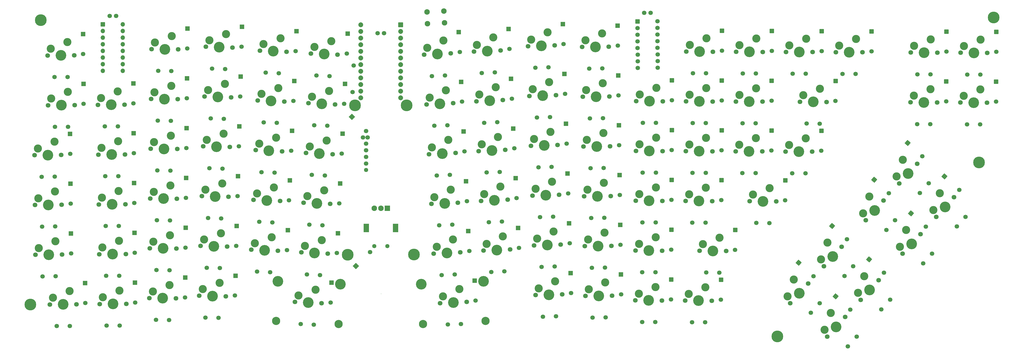
<source format=gbr>
%TF.GenerationSoftware,KiCad,Pcbnew,8.0.1-8.0.1-1~ubuntu22.04.1*%
%TF.CreationDate,2024-03-26T23:20:42-04:00*%
%TF.ProjectId,travis_erg2024-new4,74726176-6973-45f6-9572-67323032342d,2024.03.25*%
%TF.SameCoordinates,Original*%
%TF.FileFunction,Soldermask,Top*%
%TF.FilePolarity,Negative*%
%FSLAX46Y46*%
G04 Gerber Fmt 4.6, Leading zero omitted, Abs format (unit mm)*
G04 Created by KiCad (PCBNEW 8.0.1-8.0.1-1~ubuntu22.04.1) date 2024-03-26 23:20:42*
%MOMM*%
%LPD*%
G01*
G04 APERTURE LIST*
G04 Aperture macros list*
%AMRoundRect*
0 Rectangle with rounded corners*
0 $1 Rounding radius*
0 $2 $3 $4 $5 $6 $7 $8 $9 X,Y pos of 4 corners*
0 Add a 4 corners polygon primitive as box body*
4,1,4,$2,$3,$4,$5,$6,$7,$8,$9,$2,$3,0*
0 Add four circle primitives for the rounded corners*
1,1,$1+$1,$2,$3*
1,1,$1+$1,$4,$5*
1,1,$1+$1,$6,$7*
1,1,$1+$1,$8,$9*
0 Add four rect primitives between the rounded corners*
20,1,$1+$1,$2,$3,$4,$5,0*
20,1,$1+$1,$4,$5,$6,$7,0*
20,1,$1+$1,$6,$7,$8,$9,0*
20,1,$1+$1,$8,$9,$2,$3,0*%
%AMHorizOval*
0 Thick line with rounded ends*
0 $1 width*
0 $2 $3 position (X,Y) of the first rounded end (center of the circle)*
0 $4 $5 position (X,Y) of the second rounded end (center of the circle)*
0 Add line between two ends*
20,1,$1,$2,$3,$4,$5,0*
0 Add two circle primitives to create the rounded ends*
1,1,$1,$2,$3*
1,1,$1,$4,$5*%
G04 Aperture macros list end*
%ADD10C,0.000000*%
%ADD11C,4.087800*%
%ADD12C,1.801800*%
%ADD13C,3.100000*%
%ADD14RoundRect,0.050000X-0.806951X0.792988X-0.792988X-0.806951X0.806951X-0.792988X0.792988X0.806951X0*%
%ADD15HorizOval,1.700000X0.000000X0.000000X0.000000X0.000000X0*%
%ADD16C,1.700000*%
%ADD17RoundRect,0.050000X-0.792988X0.806951X-0.806951X-0.792988X0.792988X-0.806951X0.806951X0.792988X0*%
%ADD18HorizOval,1.700000X0.000000X0.000000X0.000000X0.000000X0*%
%ADD19RoundRect,0.050000X-0.778784X0.820667X-0.820667X-0.778784X0.778784X-0.820667X0.820667X0.778784X0*%
%ADD20HorizOval,1.700000X0.000000X0.000000X0.000000X0.000000X0*%
%ADD21RoundRect,0.050000X-0.764343X0.834134X-0.834134X-0.764343X0.764343X-0.834134X0.834134X0.764343X0*%
%ADD22HorizOval,1.700000X0.000000X0.000000X0.000000X0.000000X0*%
%ADD23RoundRect,0.050000X-0.760696X0.837461X-0.837461X-0.760696X0.760696X-0.837461X0.837461X0.760696X0*%
%ADD24HorizOval,1.700000X0.000000X0.000000X0.000000X0.000000X0*%
%ADD25RoundRect,0.050000X-0.837461X0.760696X-0.760696X-0.837461X0.837461X-0.760696X0.760696X0.837461X0*%
%ADD26HorizOval,1.700000X0.000000X0.000000X0.000000X0.000000X0*%
%ADD27RoundRect,0.050000X-0.824058X0.775196X-0.775196X-0.824058X0.824058X-0.775196X0.775196X0.824058X0*%
%ADD28HorizOval,1.700000X0.000000X0.000000X0.000000X0.000000X0*%
%ADD29RoundRect,0.050000X-0.810403X0.789460X-0.789460X-0.810403X0.810403X-0.789460X0.789460X0.810403X0*%
%ADD30HorizOval,1.700000X0.000000X0.000000X0.000000X0.000000X0*%
%ADD31RoundRect,0.050000X-0.796502X0.803483X-0.803483X-0.796502X0.796502X-0.803483X0.803483X0.796502X0*%
%ADD32HorizOval,1.700000X0.000000X0.000000X0.000000X0.000000X0*%
%ADD33RoundRect,0.050000X-1.130068X-0.054281X0.054281X-1.130068X1.130068X0.054281X-0.054281X1.130068X0*%
%ADD34HorizOval,1.700000X0.000000X0.000000X0.000000X0.000000X0*%
%ADD35HorizOval,1.700000X0.000000X0.000000X0.000000X0.000000X0*%
%ADD36RoundRect,0.050000X-0.876300X0.876300X-0.876300X-0.876300X0.876300X-0.876300X0.876300X0.876300X0*%
%ADD37C,1.852600*%
%ADD38RoundRect,0.050000X-0.800000X-0.800000X0.800000X-0.800000X0.800000X0.800000X-0.800000X0.800000X0*%
%ADD39O,1.700000X1.700000*%
%ADD40RoundRect,0.050000X-0.796502X-0.803483X0.803483X-0.796502X0.796502X0.803483X-0.803483X0.796502X0*%
%ADD41HorizOval,1.700000X0.000000X0.000000X0.000000X0.000000X0*%
%ADD42C,2.100000*%
%ADD43C,1.600000*%
%ADD44RoundRect,0.050000X-1.131371X0.000000X0.000000X-1.131371X1.131371X0.000000X0.000000X1.131371X0*%
%ADD45HorizOval,1.700000X0.000000X0.000000X0.000000X0.000000X0*%
%ADD46RoundRect,0.050000X-1.000000X1.000000X-1.000000X-1.000000X1.000000X-1.000000X1.000000X1.000000X0*%
%ADD47RoundRect,0.050000X-1.000000X1.600000X-1.000000X-1.600000X1.000000X-1.600000X1.000000X1.600000X0*%
%ADD48RoundRect,0.050000X0.000000X-1.131371X1.131371X0.000000X0.000000X1.131371X-1.131371X0.000000X0*%
%ADD49HorizOval,1.700000X0.000000X0.000000X0.000000X0.000000X0*%
%ADD50C,3.148000*%
%ADD51C,0.800000*%
%ADD52C,4.500000*%
G04 APERTURE END LIST*
D10*
%TO.C,LOGO2*%
G36*
X163145298Y-195624323D02*
G01*
X163145298Y-195699360D01*
X163070261Y-195699360D01*
X162995225Y-195699360D01*
X162995225Y-195624323D01*
X162995225Y-195549286D01*
X163070261Y-195549286D01*
X163145298Y-195549286D01*
X163145298Y-195624323D01*
G37*
G36*
X163445446Y-195624323D02*
G01*
X163445446Y-195699360D01*
X163370409Y-195699360D01*
X163295372Y-195699360D01*
X163295372Y-195624323D01*
X163295372Y-195549286D01*
X163370409Y-195549286D01*
X163445446Y-195549286D01*
X163445446Y-195624323D01*
G37*
%TD*%
D11*
%TO.C,KSW1*%
X41743784Y-199643323D03*
D12*
X46823591Y-199598992D03*
X36663977Y-199687654D03*
D13*
X44239356Y-194541351D03*
X37911764Y-197136668D03*
%TD*%
D14*
%TO.C,KD1*%
X50198400Y-191544200D03*
D15*
X50264896Y-199163910D03*
%TD*%
D16*
%TO.C,KC1*%
X44316100Y-207921200D03*
X39316290Y-207964833D03*
%TD*%
D11*
%TO.C,KSW2*%
X36149003Y-161590697D03*
D12*
X41228810Y-161546366D03*
X31069196Y-161635028D03*
D13*
X38644575Y-156488725D03*
X32316983Y-159084042D03*
%TD*%
D14*
%TO.C,KD2*%
X44603600Y-153491600D03*
D15*
X44670096Y-161111310D03*
%TD*%
D16*
%TO.C,KC2*%
X38721300Y-169868600D03*
X33721490Y-169912233D03*
%TD*%
D11*
%TO.C,KSW3*%
X41078822Y-123446225D03*
D12*
X46158629Y-123401894D03*
X35999015Y-123490556D03*
D13*
X43574394Y-118344253D03*
X37246802Y-120939570D03*
%TD*%
D14*
%TO.C,KD3*%
X49533500Y-115347100D03*
D15*
X49599996Y-122966810D03*
%TD*%
D16*
%TO.C,KC3*%
X43651200Y-131724100D03*
X38651390Y-131767733D03*
%TD*%
D11*
%TO.C,KSW4*%
X60793059Y-199477083D03*
D12*
X65872866Y-199432752D03*
X55713252Y-199521414D03*
D13*
X63288631Y-194375111D03*
X56961039Y-196970428D03*
%TD*%
D14*
%TO.C,KD4*%
X69247700Y-191378000D03*
D15*
X69314196Y-198997710D03*
%TD*%
D16*
%TO.C,KC4*%
X63365400Y-207755000D03*
X58365590Y-207798633D03*
%TD*%
D11*
%TO.C,KSW5*%
X60460578Y-161378533D03*
D12*
X65540385Y-161334202D03*
X55380771Y-161422864D03*
D13*
X62956150Y-156276561D03*
X56628558Y-158871878D03*
%TD*%
D14*
%TO.C,KD5*%
X68915200Y-153279400D03*
D15*
X68981696Y-160899110D03*
%TD*%
D16*
%TO.C,KC5*%
X63032900Y-169656400D03*
X58033090Y-169700033D03*
%TD*%
D11*
%TO.C,KSW6*%
X60128097Y-123279984D03*
D12*
X65207904Y-123235653D03*
X55048290Y-123324315D03*
D13*
X62623669Y-118178012D03*
X56296077Y-120773329D03*
%TD*%
D14*
%TO.C,KD6*%
X68582700Y-115180900D03*
D15*
X68649196Y-122800610D03*
%TD*%
D16*
%TO.C,KC6*%
X62700400Y-131557900D03*
X57700590Y-131601533D03*
%TD*%
D11*
%TO.C,KSW7*%
X79824880Y-197310918D03*
D12*
X84904687Y-197355249D03*
X74745073Y-197266587D03*
D13*
X82409114Y-192253277D03*
X76037190Y-194737767D03*
%TD*%
D17*
%TO.C,KD7*%
X88419600Y-189360600D03*
D18*
X88353104Y-196980310D03*
%TD*%
D16*
%TO.C,KC7*%
X82252400Y-205632400D03*
X77252590Y-205588767D03*
%TD*%
D11*
%TO.C,KSW8*%
X80157361Y-159212369D03*
D12*
X85237168Y-159256700D03*
X75077554Y-159168038D03*
D13*
X82741595Y-154154728D03*
X76369671Y-156639218D03*
%TD*%
D17*
%TO.C,KD8*%
X88752100Y-151262100D03*
D18*
X88685604Y-158881810D03*
%TD*%
D16*
%TO.C,KC8*%
X82584800Y-167533900D03*
X77584990Y-167490267D03*
%TD*%
D11*
%TO.C,KSW9*%
X80489842Y-121113820D03*
D12*
X85569649Y-121158151D03*
X75410035Y-121069489D03*
D13*
X83074076Y-116056179D03*
X76702152Y-118540669D03*
%TD*%
D17*
%TO.C,KD9*%
X89084500Y-113163500D03*
D18*
X89018004Y-120783210D03*
%TD*%
D16*
%TO.C,KC9*%
X82917300Y-129435300D03*
X77917490Y-129391667D03*
%TD*%
D11*
%TO.C,KSW10*%
X98882881Y-196477197D03*
D12*
X103961140Y-196610176D03*
X93804622Y-196344218D03*
D13*
X101554990Y-191465427D03*
X95140676Y-193838333D03*
%TD*%
D19*
%TO.C,KD10*%
X107615000Y-188678100D03*
D20*
X107415532Y-196295489D03*
%TD*%
D16*
%TO.C,KC10*%
X101164800Y-204839800D03*
X96166513Y-204708915D03*
%TD*%
D11*
%TO.C,KSW11*%
X99880223Y-158390253D03*
D12*
X104958482Y-158523232D03*
X94801964Y-158257274D03*
D13*
X102552332Y-153378483D03*
X96138018Y-155751389D03*
%TD*%
D19*
%TO.C,KD11*%
X108612400Y-150591200D03*
D20*
X108412932Y-158208589D03*
%TD*%
D16*
%TO.C,KC11*%
X102162100Y-166752900D03*
X97163813Y-166622015D03*
%TD*%
D11*
%TO.C,KSW12*%
X100877565Y-120303309D03*
D12*
X105955824Y-120436288D03*
X95799306Y-120170330D03*
D13*
X103549674Y-115291539D03*
X97135360Y-117664445D03*
%TD*%
D19*
%TO.C,KD12*%
X109609700Y-112504200D03*
D20*
X109410232Y-120121589D03*
%TD*%
D16*
%TO.C,KC12*%
X103159400Y-128665900D03*
X98161113Y-128535015D03*
%TD*%
D11*
%TO.C,KSW13*%
X119562075Y-159911788D03*
D12*
X124637240Y-160133374D03*
X114486910Y-159690202D03*
D13*
X122321244Y-154947416D03*
X115866495Y-157208016D03*
%TD*%
D21*
%TO.C,KD13*%
X128429000Y-152266300D03*
D22*
X128096620Y-159879047D03*
%TD*%
D16*
%TO.C,KC13*%
X121697700Y-168312900D03*
X116702459Y-168094803D03*
%TD*%
D11*
%TO.C,KSW14*%
X121223974Y-121848051D03*
D12*
X126299139Y-122069637D03*
X116148809Y-121626465D03*
D13*
X123983143Y-116883679D03*
X117528394Y-119144279D03*
%TD*%
D21*
%TO.C,KD14*%
X130090900Y-114202500D03*
D22*
X129758520Y-121815247D03*
%TD*%
D16*
%TO.C,KC14*%
X123359600Y-130249200D03*
X118364359Y-130031103D03*
%TD*%
D11*
%TO.C,KSW15*%
X135422868Y-198984269D03*
D12*
X140497018Y-199227998D03*
X130348718Y-198740540D03*
D13*
X138203672Y-194031984D03*
X131739120Y-196264397D03*
%TD*%
D23*
%TO.C,KD15*%
X144323100Y-191377500D03*
D24*
X143957507Y-198988725D03*
%TD*%
D16*
%TO.C,KC15*%
X137521800Y-207394700D03*
X132527558Y-207154809D03*
%TD*%
D11*
%TO.C,KSW16*%
X138749107Y-161000113D03*
D12*
X143823257Y-161243842D03*
X133674957Y-160756384D03*
D13*
X141529911Y-156047828D03*
X135065359Y-158280241D03*
%TD*%
D23*
%TO.C,KD16*%
X147649300Y-153393400D03*
D24*
X147283707Y-161004625D03*
%TD*%
D16*
%TO.C,KC16*%
X140848000Y-169410500D03*
X135853758Y-169170609D03*
%TD*%
D11*
%TO.C,KSW17*%
X140577074Y-122943990D03*
D12*
X145651224Y-123187719D03*
X135502924Y-122700261D03*
D13*
X143357878Y-117991705D03*
X136893326Y-120224118D03*
%TD*%
D23*
%TO.C,KD17*%
X149477300Y-115337200D03*
D24*
X149111707Y-122948425D03*
%TD*%
D16*
%TO.C,KC17*%
X142676000Y-131354400D03*
X137681758Y-131114509D03*
%TD*%
D11*
%TO.C,KSW18*%
X190867728Y-198975632D03*
D12*
X195941878Y-198731903D03*
X185793578Y-199219361D03*
D13*
X193161074Y-193779618D03*
X186940251Y-196621354D03*
%TD*%
D25*
%TO.C,KD18*%
X198997900Y-190550900D03*
D26*
X199363493Y-198162125D03*
%TD*%
D16*
%TO.C,KC18*%
X193763100Y-207146100D03*
X188768858Y-207385991D03*
%TD*%
D11*
%TO.C,KSW19*%
X187541488Y-160991475D03*
D12*
X192615638Y-160747746D03*
X182467338Y-161235204D03*
D13*
X189834834Y-155795461D03*
X183614011Y-158637197D03*
%TD*%
D25*
%TO.C,KD19*%
X195671600Y-152566700D03*
D26*
X196037193Y-160177925D03*
%TD*%
D16*
%TO.C,KC19*%
X190436800Y-169162000D03*
X185442558Y-169401891D03*
%TD*%
D11*
%TO.C,KSW20*%
X185713522Y-122935352D03*
D12*
X190787672Y-122691623D03*
X180639372Y-123179081D03*
D13*
X188006868Y-117739338D03*
X181786045Y-120581074D03*
%TD*%
D25*
%TO.C,KD20*%
X193843700Y-114510600D03*
D26*
X194209293Y-122121825D03*
%TD*%
D16*
%TO.C,KC20*%
X188608900Y-131105800D03*
X183614658Y-131345691D03*
%TD*%
D11*
%TO.C,KSW21*%
X206557556Y-159827780D03*
D12*
X211631706Y-159584051D03*
X201483406Y-160071509D03*
D13*
X208850902Y-154631766D03*
X202630079Y-157473502D03*
%TD*%
D25*
%TO.C,KD21*%
X214687700Y-151403000D03*
D26*
X215053293Y-159014225D03*
%TD*%
D16*
%TO.C,KC21*%
X209452900Y-167998300D03*
X204458658Y-168238191D03*
%TD*%
D11*
%TO.C,KSW22*%
X204729589Y-121771657D03*
D12*
X209803739Y-121527928D03*
X199655439Y-122015386D03*
D13*
X207022935Y-116575643D03*
X200802112Y-119417379D03*
%TD*%
D25*
%TO.C,KD22*%
X212859700Y-113346900D03*
D26*
X213225293Y-120958125D03*
%TD*%
D16*
%TO.C,KC22*%
X207624900Y-129942200D03*
X202630658Y-130182091D03*
%TD*%
D11*
%TO.C,KSW23*%
X227365606Y-195971072D03*
D12*
X232443237Y-195815936D03*
X222287975Y-196126208D03*
D13*
X229749286Y-190815874D03*
X223479815Y-193548608D03*
%TD*%
D27*
%TO.C,KD23*%
X235641600Y-187689500D03*
D28*
X235874303Y-195305946D03*
%TD*%
D16*
%TO.C,KC23*%
X230117900Y-204190900D03*
X225120232Y-204343593D03*
%TD*%
D11*
%TO.C,KSW24*%
X226202088Y-157888842D03*
D12*
X231279719Y-157733706D03*
X221124457Y-158043978D03*
D13*
X228585768Y-152733644D03*
X222316297Y-155466378D03*
%TD*%
D27*
%TO.C,KD24*%
X234478000Y-149607200D03*
D28*
X234710703Y-157223646D03*
%TD*%
D16*
%TO.C,KC24*%
X228954400Y-166108600D03*
X223956732Y-166261293D03*
%TD*%
D11*
%TO.C,KSW25*%
X225038571Y-119806612D03*
D12*
X230116202Y-119651476D03*
X219960940Y-119961748D03*
D13*
X227422251Y-114651414D03*
X221152780Y-117384148D03*
%TD*%
D27*
%TO.C,KD25*%
X233314500Y-111525000D03*
D28*
X233547203Y-119141446D03*
%TD*%
D16*
%TO.C,KC25*%
X227790900Y-128026400D03*
X222793232Y-128179093D03*
%TD*%
D11*
%TO.C,KSW26*%
X246437259Y-196388847D03*
D12*
X251516824Y-196322352D03*
X241357694Y-196455342D03*
D13*
X248910546Y-191276035D03*
X242594338Y-193898936D03*
%TD*%
D29*
%TO.C,KD26*%
X254856500Y-188252900D03*
D30*
X254956243Y-195872247D03*
%TD*%
D16*
%TO.C,KC26*%
X249045700Y-204655400D03*
X244046128Y-204720848D03*
%TD*%
D11*
%TO.C,KSW27*%
X245938546Y-158292111D03*
D12*
X251018111Y-158225616D03*
X240858981Y-158358606D03*
D13*
X248411833Y-153179299D03*
X242095625Y-155802200D03*
%TD*%
D29*
%TO.C,KD27*%
X254357800Y-150156200D03*
D30*
X254457543Y-157775547D03*
%TD*%
D16*
%TO.C,KC27*%
X248547000Y-166558700D03*
X243547428Y-166624148D03*
%TD*%
D11*
%TO.C,KSW28*%
X245439832Y-120195375D03*
D12*
X250519397Y-120128880D03*
X240360267Y-120261870D03*
D13*
X247913119Y-115082563D03*
X241596911Y-117705464D03*
%TD*%
D29*
%TO.C,KD28*%
X253859100Y-112059500D03*
D30*
X253958843Y-119678847D03*
%TD*%
D16*
%TO.C,KC28*%
X248048300Y-128461900D03*
X243048728Y-128527348D03*
%TD*%
D11*
%TO.C,KSW29*%
X265511806Y-198139318D03*
D12*
X270591758Y-198161484D03*
X260431854Y-198117152D03*
D13*
X268073947Y-193070449D03*
X261712925Y-195582718D03*
%TD*%
D31*
%TO.C,KD29*%
X274071700Y-190151600D03*
D32*
X274038452Y-197771527D03*
%TD*%
D16*
%TO.C,KC29*%
X267975600Y-206450100D03*
X262975648Y-206428283D03*
%TD*%
D11*
%TO.C,KSW30*%
X265678049Y-160039681D03*
D12*
X270758001Y-160061847D03*
X260598097Y-160017515D03*
D13*
X268240190Y-154970812D03*
X261879168Y-157483081D03*
%TD*%
D31*
%TO.C,KD30*%
X274238000Y-152052000D03*
D32*
X274204752Y-159671927D03*
%TD*%
D16*
%TO.C,KC30*%
X268141800Y-168350500D03*
X263141848Y-168328683D03*
%TD*%
D11*
%TO.C,KSW31*%
X265844291Y-121940044D03*
D12*
X270924243Y-121962210D03*
X260764339Y-121917878D03*
D13*
X268406432Y-116871175D03*
X262045410Y-119383444D03*
%TD*%
D31*
%TO.C,KD31*%
X274404200Y-113952300D03*
D32*
X274370952Y-121572227D03*
%TD*%
D16*
%TO.C,KC31*%
X268308100Y-130250900D03*
X263308148Y-130229083D03*
%TD*%
D11*
%TO.C,KSW32*%
X284561625Y-198222439D03*
D12*
X289641577Y-198244605D03*
X279481673Y-198200273D03*
D13*
X287123766Y-193153570D03*
X280762744Y-195665839D03*
%TD*%
D31*
%TO.C,KD32*%
X293121600Y-190234700D03*
D32*
X293088352Y-197854627D03*
%TD*%
D16*
%TO.C,KC32*%
X287025400Y-206533300D03*
X282025448Y-206511483D03*
%TD*%
D11*
%TO.C,KSW33*%
X284727867Y-160122802D03*
D12*
X289807819Y-160144968D03*
X279647915Y-160100636D03*
D13*
X287290008Y-155053933D03*
X280928986Y-157566202D03*
%TD*%
D31*
%TO.C,KD33*%
X293287800Y-152135100D03*
D32*
X293254552Y-159755027D03*
%TD*%
D16*
%TO.C,KC33*%
X287191600Y-168433600D03*
X282191648Y-168411783D03*
%TD*%
D11*
%TO.C,KSW34*%
X284894109Y-122023165D03*
D12*
X289974061Y-122045331D03*
X279814157Y-122000999D03*
D13*
X287456250Y-116954296D03*
X281095228Y-119466565D03*
%TD*%
D31*
%TO.C,KD34*%
X293454000Y-114035400D03*
D32*
X293420752Y-121655327D03*
%TD*%
D16*
%TO.C,KC34*%
X287357900Y-130334000D03*
X282357948Y-130312183D03*
%TD*%
D11*
%TO.C,KSW35*%
X309140135Y-160229322D03*
D12*
X314220087Y-160251488D03*
X304060183Y-160207156D03*
D13*
X311702276Y-155160453D03*
X305341254Y-157672722D03*
%TD*%
D31*
%TO.C,KD35*%
X317700100Y-152241600D03*
D32*
X317666852Y-159861527D03*
%TD*%
D16*
%TO.C,KC35*%
X311603900Y-168540200D03*
X306603948Y-168518383D03*
%TD*%
D11*
%TO.C,KSW36*%
X303943928Y-122106286D03*
D12*
X309023880Y-122128452D03*
X298863976Y-122084120D03*
D13*
X306506069Y-117037417D03*
X300145047Y-119549686D03*
%TD*%
D31*
%TO.C,KD36*%
X312503900Y-114118600D03*
D32*
X312470652Y-121738527D03*
%TD*%
D16*
%TO.C,KC36*%
X306407700Y-130417100D03*
X301407748Y-130395283D03*
%TD*%
D11*
%TO.C,KSW37*%
X328356196Y-122212805D03*
D12*
X333436148Y-122234971D03*
X323276244Y-122190639D03*
D13*
X330918337Y-117143936D03*
X324557315Y-119656205D03*
%TD*%
D31*
%TO.C,KD37*%
X336916100Y-114225100D03*
D32*
X336882852Y-121845027D03*
%TD*%
D16*
%TO.C,KC37*%
X330820000Y-130523600D03*
X325820048Y-130501783D03*
%TD*%
D11*
%TO.C,KSW38*%
X337118953Y-208256960D03*
D12*
X340534576Y-204496652D03*
X333703330Y-212017268D03*
D13*
X335066457Y-202961183D03*
X332677081Y-209369379D03*
%TD*%
D33*
%TO.C,KD38*%
X336910600Y-196550900D03*
D34*
X342551062Y-201674335D03*
%TD*%
D16*
%TO.C,KC38*%
X344943700Y-211987100D03*
X341581866Y-215688191D03*
%TD*%
D11*
%TO.C,KSW39*%
X349927541Y-194155805D03*
D12*
X353343164Y-190395497D03*
X346511918Y-197916113D03*
D13*
X347875045Y-188860028D03*
X345485669Y-195268224D03*
%TD*%
D33*
%TO.C,KD39*%
X349719200Y-182449700D03*
D34*
X355359662Y-187573135D03*
%TD*%
D16*
%TO.C,KC39*%
X357752300Y-197885900D03*
X354390466Y-201586991D03*
%TD*%
D11*
%TO.C,KSW40*%
X365938276Y-176529360D03*
D12*
X369353899Y-172769052D03*
X362522653Y-180289668D03*
D13*
X363885780Y-171233583D03*
X361496404Y-177641779D03*
%TD*%
D33*
%TO.C,KD40*%
X365730000Y-164823300D03*
D34*
X371370462Y-169946735D03*
%TD*%
D16*
%TO.C,KC40*%
X373763000Y-180259500D03*
X370401166Y-183960591D03*
%TD*%
D11*
%TO.C,KSW41*%
X378746863Y-162428205D03*
D12*
X382162486Y-158667897D03*
X375331240Y-166188513D03*
D13*
X376694367Y-157132428D03*
X374304991Y-163540624D03*
%TD*%
D33*
%TO.C,KD41*%
X378538500Y-150722100D03*
D34*
X384178962Y-155845535D03*
%TD*%
D16*
%TO.C,KC41*%
X386571600Y-166158300D03*
X383209766Y-169859391D03*
%TD*%
D11*
%TO.C,KSW42*%
X370618293Y-122397210D03*
D12*
X375698245Y-122419376D03*
X365538341Y-122375044D03*
D13*
X373180434Y-117328341D03*
X366819412Y-119840610D03*
%TD*%
D31*
%TO.C,KD42*%
X379178200Y-114409500D03*
D32*
X379144952Y-122029427D03*
%TD*%
D16*
%TO.C,KC42*%
X373082100Y-130708000D03*
X368082148Y-130686183D03*
%TD*%
D11*
%TO.C,KSW43*%
X389668112Y-122480331D03*
D12*
X394748064Y-122502497D03*
X384588160Y-122458165D03*
D13*
X392230253Y-117411462D03*
X385869231Y-119923731D03*
%TD*%
D31*
%TO.C,KD43*%
X398228000Y-114492600D03*
D32*
X398194752Y-122112527D03*
%TD*%
D16*
%TO.C,KC43*%
X392131900Y-130791200D03*
X387131948Y-130769383D03*
%TD*%
D11*
%TO.C,KSW44*%
X36315244Y-180639972D03*
D12*
X41395051Y-180595641D03*
X31235437Y-180684303D03*
D13*
X38810816Y-175538000D03*
X32483224Y-178133317D03*
%TD*%
D14*
%TO.C,KD44*%
X44769900Y-172540900D03*
D15*
X44836396Y-180160610D03*
%TD*%
D16*
%TO.C,KC44*%
X33887800Y-188961500D03*
X38887610Y-188917867D03*
%TD*%
D11*
%TO.C,KSW45*%
X35982763Y-142541423D03*
D12*
X41062570Y-142497092D03*
X30902956Y-142585754D03*
D13*
X38478335Y-137439451D03*
X32150743Y-140034768D03*
%TD*%
D14*
%TO.C,KD45*%
X44437400Y-134442300D03*
D15*
X44503896Y-142062010D03*
%TD*%
D16*
%TO.C,KC45*%
X33555300Y-150862900D03*
X38555110Y-150819267D03*
%TD*%
D11*
%TO.C,KSW46*%
X40912582Y-104396950D03*
D12*
X45992389Y-104352619D03*
X35832775Y-104441281D03*
D13*
X43408154Y-99294978D03*
X37080562Y-101890295D03*
%TD*%
D14*
%TO.C,KD46*%
X49367200Y-96297900D03*
D15*
X49433696Y-103917610D03*
%TD*%
D16*
%TO.C,KC46*%
X38485100Y-112718500D03*
X43484910Y-112674867D03*
%TD*%
D11*
%TO.C,KSW47*%
X60626818Y-180427808D03*
D12*
X65706625Y-180383477D03*
X55547011Y-180472139D03*
D13*
X63122390Y-175325836D03*
X56794798Y-177921153D03*
%TD*%
D14*
%TO.C,KD47*%
X69081500Y-172328700D03*
D15*
X69147996Y-179948410D03*
%TD*%
D16*
%TO.C,KC47*%
X58199300Y-188749300D03*
X63199110Y-188705667D03*
%TD*%
D11*
%TO.C,KSW48*%
X60294337Y-142329259D03*
D12*
X65374144Y-142284928D03*
X55214530Y-142373590D03*
D13*
X62789909Y-137227287D03*
X56462317Y-139822604D03*
%TD*%
D14*
%TO.C,KD48*%
X68749000Y-134230200D03*
D15*
X68815496Y-141849910D03*
%TD*%
D16*
%TO.C,KC48*%
X57866900Y-150650800D03*
X62866710Y-150607167D03*
%TD*%
D11*
%TO.C,KSW49*%
X79991121Y-178261644D03*
D12*
X85070928Y-178305975D03*
X74911314Y-178217313D03*
D13*
X82575355Y-173204003D03*
X76203431Y-175688493D03*
%TD*%
D17*
%TO.C,KD49*%
X88585800Y-170311300D03*
D18*
X88519304Y-177931010D03*
%TD*%
D16*
%TO.C,KC49*%
X77418800Y-186539500D03*
X82418610Y-186583133D03*
%TD*%
D11*
%TO.C,KSW50*%
X80323602Y-140163094D03*
D12*
X85403409Y-140207425D03*
X75243795Y-140118763D03*
D13*
X82907836Y-135105453D03*
X76535912Y-137589943D03*
%TD*%
D17*
%TO.C,KD50*%
X88918300Y-132212800D03*
D18*
X88851804Y-139832510D03*
%TD*%
D16*
%TO.C,KC50*%
X77751300Y-148441000D03*
X82751110Y-148484633D03*
%TD*%
D11*
%TO.C,KSW51*%
X80656083Y-102064545D03*
D12*
X85735890Y-102108876D03*
X75576276Y-102020214D03*
D13*
X83240317Y-97006904D03*
X76868393Y-99491394D03*
%TD*%
D17*
%TO.C,KD51*%
X89250800Y-94114200D03*
D18*
X89184304Y-101733910D03*
%TD*%
D16*
%TO.C,KC51*%
X78083700Y-110342400D03*
X83083510Y-110386033D03*
%TD*%
D11*
%TO.C,KSW52*%
X99381552Y-177433725D03*
D12*
X104459811Y-177566704D03*
X94303293Y-177300746D03*
D13*
X102053661Y-172421955D03*
X95639347Y-174794861D03*
%TD*%
D19*
%TO.C,KD52*%
X108113700Y-169634600D03*
D20*
X107914232Y-177251989D03*
%TD*%
D16*
%TO.C,KC52*%
X96665100Y-185665400D03*
X101663387Y-185796285D03*
%TD*%
D11*
%TO.C,KSW53*%
X100378894Y-139346781D03*
D12*
X105457153Y-139479760D03*
X95300635Y-139213802D03*
D13*
X103051003Y-134335011D03*
X96636689Y-136707917D03*
%TD*%
D19*
%TO.C,KD53*%
X109111000Y-131547700D03*
D20*
X108911532Y-139165089D03*
%TD*%
D16*
%TO.C,KC53*%
X97662500Y-147578500D03*
X102660787Y-147709385D03*
%TD*%
D11*
%TO.C,KSW54*%
X101376236Y-101259836D03*
D12*
X106454495Y-101392815D03*
X96297977Y-101126857D03*
D13*
X104048345Y-96248066D03*
X97634031Y-98620972D03*
%TD*%
D19*
%TO.C,KD54*%
X110108400Y-93460700D03*
D20*
X109908932Y-101078089D03*
%TD*%
D16*
%TO.C,KC54*%
X98659800Y-109491500D03*
X103658087Y-109622385D03*
%TD*%
D11*
%TO.C,KSW55*%
X118731126Y-178943657D03*
D12*
X123806291Y-179165243D03*
X113655961Y-178722071D03*
D13*
X121490295Y-173979285D03*
X115035546Y-176239885D03*
%TD*%
D21*
%TO.C,KD55*%
X127598100Y-171298100D03*
D22*
X127265720Y-178910847D03*
%TD*%
D16*
%TO.C,KC55*%
X115871500Y-187126700D03*
X120866741Y-187344797D03*
%TD*%
D11*
%TO.C,KSW56*%
X120393025Y-140879919D03*
D12*
X125468190Y-141101505D03*
X115317860Y-140658333D03*
D13*
X123152194Y-135915547D03*
X116697445Y-138176147D03*
%TD*%
D21*
%TO.C,KD56*%
X129260000Y-133234400D03*
D22*
X128927620Y-140847147D03*
%TD*%
D16*
%TO.C,KC56*%
X117533400Y-149063000D03*
X122528641Y-149281097D03*
%TD*%
D11*
%TO.C,KSW57*%
X122054923Y-102816182D03*
D12*
X127130088Y-103037768D03*
X116979758Y-102594596D03*
D13*
X124814092Y-97851810D03*
X118359343Y-100112410D03*
%TD*%
D21*
%TO.C,KD57*%
X130921900Y-95170700D03*
D22*
X130589520Y-102783447D03*
%TD*%
D16*
%TO.C,KC57*%
X119195300Y-110999200D03*
X124190541Y-111217297D03*
%TD*%
D11*
%TO.C,KSW58*%
X137835124Y-180028175D03*
D12*
X142909274Y-180271904D03*
X132760974Y-179784446D03*
D13*
X140615928Y-175075890D03*
X134151376Y-177308303D03*
%TD*%
D23*
%TO.C,KD58*%
X146735300Y-172421400D03*
D24*
X146369707Y-180032625D03*
%TD*%
D16*
%TO.C,KC58*%
X134939800Y-188198700D03*
X139934042Y-188438591D03*
%TD*%
D11*
%TO.C,KSW59*%
X139663090Y-141972051D03*
D12*
X144737240Y-142215780D03*
X134588940Y-141728322D03*
D13*
X142443894Y-137019766D03*
X135979342Y-139252179D03*
%TD*%
D23*
%TO.C,KD59*%
X148563300Y-134365300D03*
D24*
X148197707Y-141976525D03*
%TD*%
D16*
%TO.C,KC59*%
X136767800Y-150142500D03*
X141762042Y-150382391D03*
%TD*%
D11*
%TO.C,KSW60*%
X141491057Y-103915928D03*
D12*
X146565207Y-104159657D03*
X136416907Y-103672199D03*
D13*
X144271861Y-98963643D03*
X137807309Y-101196056D03*
%TD*%
D23*
%TO.C,KD60*%
X150499997Y-96117988D03*
D24*
X150134404Y-103729213D03*
%TD*%
D16*
%TO.C,KC60*%
X138595700Y-112086400D03*
X143589942Y-112326291D03*
%TD*%
D11*
%TO.C,KSW61*%
X188455472Y-180019537D03*
D12*
X193529622Y-179775808D03*
X183381322Y-180263266D03*
D13*
X190748818Y-174823523D03*
X184527995Y-177665259D03*
%TD*%
D25*
%TO.C,KD61*%
X196585600Y-171594800D03*
D26*
X196951193Y-179206025D03*
%TD*%
D16*
%TO.C,KC61*%
X186356600Y-188429900D03*
X191350842Y-188190009D03*
%TD*%
D11*
%TO.C,KSW62*%
X186627505Y-141963414D03*
D12*
X191701655Y-141719685D03*
X181553355Y-142207143D03*
D13*
X188920851Y-136767400D03*
X182700028Y-139609136D03*
%TD*%
D25*
%TO.C,KD62*%
X194757700Y-133538600D03*
D26*
X195123293Y-141149825D03*
%TD*%
D16*
%TO.C,KC62*%
X184528600Y-150373800D03*
X189522842Y-150133909D03*
%TD*%
D11*
%TO.C,KSW63*%
X184799538Y-103907290D03*
D12*
X189873688Y-103663561D03*
X179725388Y-104151019D03*
D13*
X187092884Y-98711276D03*
X180872061Y-101553012D03*
%TD*%
D25*
%TO.C,KD63*%
X192929700Y-95482500D03*
D26*
X193295293Y-103093725D03*
%TD*%
D16*
%TO.C,KC63*%
X182700600Y-112317700D03*
X187694842Y-112077809D03*
%TD*%
D11*
%TO.C,KSW64*%
X207471539Y-178855842D03*
D12*
X212545689Y-178612113D03*
X202397389Y-179099571D03*
D13*
X209764885Y-173659828D03*
X203544062Y-176501564D03*
%TD*%
D25*
%TO.C,KD64*%
X215601700Y-170431100D03*
D26*
X215967293Y-178042325D03*
%TD*%
D16*
%TO.C,KC64*%
X205372600Y-187266200D03*
X210366842Y-187026309D03*
%TD*%
D11*
%TO.C,KSW65*%
X205643572Y-140799718D03*
D12*
X210717722Y-140555989D03*
X200569422Y-141043447D03*
D13*
X207936918Y-135603704D03*
X201716095Y-138445440D03*
%TD*%
D25*
%TO.C,KD65*%
X213773700Y-132374900D03*
D26*
X214139293Y-139986125D03*
%TD*%
D16*
%TO.C,KC65*%
X203544700Y-149210100D03*
X208538942Y-148970209D03*
%TD*%
D11*
%TO.C,KSW66*%
X203815605Y-102743595D03*
D12*
X208889755Y-102499866D03*
X198741455Y-102987324D03*
D13*
X206108951Y-97547581D03*
X199888128Y-100389317D03*
%TD*%
D25*
%TO.C,KD66*%
X211945800Y-94318800D03*
D26*
X212311393Y-101930025D03*
%TD*%
D16*
%TO.C,KC66*%
X201716700Y-111154000D03*
X206710942Y-110914109D03*
%TD*%
D11*
%TO.C,KSW67*%
X226783847Y-176929957D03*
D12*
X231861478Y-176774821D03*
X221706216Y-177085093D03*
D13*
X229167527Y-171774759D03*
X222898056Y-174507493D03*
%TD*%
D27*
%TO.C,KD67*%
X235059800Y-168648400D03*
D28*
X235292503Y-176264846D03*
%TD*%
D16*
%TO.C,KC67*%
X224538500Y-185302400D03*
X229536168Y-185149707D03*
%TD*%
D11*
%TO.C,KSW68*%
X225620330Y-138847727D03*
D12*
X230697961Y-138692591D03*
X220542699Y-139002863D03*
D13*
X228004010Y-133692529D03*
X221734539Y-136425263D03*
%TD*%
D27*
%TO.C,KD68*%
X233896300Y-130566100D03*
D28*
X234129003Y-138182546D03*
%TD*%
D16*
%TO.C,KC68*%
X223375000Y-147220200D03*
X228372668Y-147067507D03*
%TD*%
D11*
%TO.C,KSW69*%
X224456812Y-100765497D03*
D12*
X229534443Y-100610361D03*
X219379181Y-100920633D03*
D13*
X226840492Y-95610299D03*
X220571021Y-98343033D03*
%TD*%
D27*
%TO.C,KD69*%
X232732800Y-92483900D03*
D28*
X232965503Y-100100346D03*
%TD*%
D16*
%TO.C,KC69*%
X222211400Y-109138000D03*
X227209068Y-108985307D03*
%TD*%
D11*
%TO.C,KSW70*%
X246187903Y-177340479D03*
D12*
X251267468Y-177273984D03*
X241108338Y-177406974D03*
D13*
X248661190Y-172227667D03*
X242344982Y-174850568D03*
%TD*%
D29*
%TO.C,KD70*%
X254607100Y-169204600D03*
D30*
X254706843Y-176823947D03*
%TD*%
D16*
%TO.C,KC70*%
X243796800Y-185672500D03*
X248796372Y-185607052D03*
%TD*%
D11*
%TO.C,KSW71*%
X245689189Y-139243743D03*
D12*
X250768754Y-139177248D03*
X240609624Y-139310238D03*
D13*
X248162476Y-134130931D03*
X241846268Y-136753832D03*
%TD*%
D29*
%TO.C,KD71*%
X254108400Y-131107800D03*
D30*
X254208143Y-138727147D03*
%TD*%
D16*
%TO.C,KC71*%
X243298000Y-147575800D03*
X248297572Y-147510352D03*
%TD*%
D11*
%TO.C,KSW72*%
X245190475Y-101147007D03*
D12*
X250270040Y-101080512D03*
X240110910Y-101213502D03*
D13*
X247663762Y-96034195D03*
X241347554Y-98657096D03*
%TD*%
D29*
%TO.C,KD72*%
X253609700Y-93011100D03*
D30*
X253709443Y-100630447D03*
%TD*%
D16*
%TO.C,KC72*%
X242799300Y-109479000D03*
X247798872Y-109413552D03*
%TD*%
D11*
%TO.C,KSW73*%
X265594927Y-179089500D03*
D12*
X270674879Y-179111666D03*
X260514975Y-179067334D03*
D13*
X268157068Y-174020631D03*
X261796046Y-176532900D03*
%TD*%
D31*
%TO.C,KD73*%
X274154900Y-171101800D03*
D32*
X274121652Y-178721727D03*
%TD*%
D16*
%TO.C,KC73*%
X263058700Y-187378500D03*
X268058652Y-187400317D03*
%TD*%
D11*
%TO.C,KSW74*%
X265761170Y-140989863D03*
D12*
X270841122Y-141012029D03*
X260681218Y-140967697D03*
D13*
X268323311Y-135920994D03*
X261962289Y-138433263D03*
%TD*%
D31*
%TO.C,KD74*%
X274321100Y-133002100D03*
D32*
X274287852Y-140622027D03*
%TD*%
D16*
%TO.C,KC74*%
X263225000Y-149278900D03*
X268224952Y-149300717D03*
%TD*%
D11*
%TO.C,KSW75*%
X290007195Y-179196019D03*
D12*
X295087147Y-179218185D03*
X284927243Y-179173853D03*
D13*
X292569336Y-174127150D03*
X286208314Y-176639419D03*
%TD*%
D31*
%TO.C,KD75*%
X298567100Y-171208300D03*
D32*
X298533852Y-178828227D03*
%TD*%
D16*
%TO.C,KC75*%
X287471000Y-187485000D03*
X292470952Y-187506817D03*
%TD*%
D11*
%TO.C,KSW76*%
X284810988Y-141072984D03*
D12*
X289890940Y-141095150D03*
X279731036Y-141050818D03*
D13*
X287373129Y-136004115D03*
X281012107Y-138516384D03*
%TD*%
D31*
%TO.C,KD76*%
X293370900Y-133085300D03*
D32*
X293337652Y-140705227D03*
%TD*%
D16*
%TO.C,KC76*%
X282274800Y-149362000D03*
X287274752Y-149383817D03*
%TD*%
D11*
%TO.C,KSW77*%
X284977230Y-102973346D03*
D12*
X290057182Y-102995512D03*
X279897278Y-102951180D03*
D13*
X287539371Y-97904477D03*
X281178349Y-100416746D03*
%TD*%
D31*
%TO.C,KD77*%
X293537200Y-94985600D03*
D32*
X293503952Y-102605527D03*
%TD*%
D16*
%TO.C,KC77*%
X282441000Y-111262400D03*
X287440952Y-111284217D03*
%TD*%
D11*
%TO.C,KSW78*%
X303860807Y-141156105D03*
D12*
X308940759Y-141178271D03*
X298780855Y-141133939D03*
D13*
X306422948Y-136087236D03*
X300061926Y-138599505D03*
%TD*%
D31*
%TO.C,KD78*%
X312420700Y-133168400D03*
D32*
X312387452Y-140788327D03*
%TD*%
D16*
%TO.C,KC78*%
X301324600Y-149445100D03*
X306324552Y-149466917D03*
%TD*%
D11*
%TO.C,KSW79*%
X304027049Y-103056467D03*
D12*
X309107001Y-103078633D03*
X298947097Y-103034301D03*
D13*
X306589190Y-97987598D03*
X300228168Y-100499867D03*
%TD*%
D31*
%TO.C,KD79*%
X312587000Y-95068700D03*
D32*
X312553752Y-102688627D03*
%TD*%
D16*
%TO.C,KC79*%
X301490900Y-111345500D03*
X306490852Y-111367317D03*
%TD*%
D11*
%TO.C,KSW80*%
X322910626Y-141239226D03*
D12*
X327990578Y-141261392D03*
X317830674Y-141217060D03*
D13*
X325472767Y-136170357D03*
X319111745Y-138682626D03*
%TD*%
D31*
%TO.C,KD80*%
X331470600Y-133251500D03*
D32*
X331437352Y-140871427D03*
%TD*%
D16*
%TO.C,KC80*%
X320374400Y-149528200D03*
X325374352Y-149550017D03*
%TD*%
D11*
%TO.C,KSW81*%
X323076868Y-103139588D03*
D12*
X328156820Y-103161754D03*
X317996916Y-103117422D03*
D13*
X325639009Y-98070719D03*
X319277987Y-100582988D03*
%TD*%
D31*
%TO.C,KD81*%
X331636800Y-95151900D03*
D32*
X331603552Y-102771827D03*
%TD*%
D16*
%TO.C,KC81*%
X320540700Y-111428600D03*
X325540652Y-111450417D03*
%TD*%
D11*
%TO.C,KSW82*%
X342126686Y-103222710D03*
D12*
X347206638Y-103244876D03*
X337046734Y-103200544D03*
D13*
X344688827Y-98153841D03*
X338327805Y-100666110D03*
%TD*%
D31*
%TO.C,KD82*%
X350686600Y-95235000D03*
D32*
X350653352Y-102854927D03*
%TD*%
D16*
%TO.C,KC82*%
X339590500Y-111511700D03*
X344590452Y-111533517D03*
%TD*%
D11*
%TO.C,KSW83*%
X323017798Y-195448372D03*
D12*
X326433421Y-191688064D03*
X319602175Y-199208680D03*
D13*
X320965302Y-190152595D03*
X318575926Y-196560791D03*
%TD*%
D33*
%TO.C,KD83*%
X322809500Y-183742300D03*
D34*
X328449962Y-188865735D03*
%TD*%
D16*
%TO.C,KC83*%
X327480700Y-202879600D03*
X330842534Y-199178509D03*
%TD*%
D11*
%TO.C,KSW84*%
X335826386Y-181347217D03*
D12*
X339242009Y-177586909D03*
X332410763Y-185107525D03*
D13*
X333773890Y-176051440D03*
X331384514Y-182459636D03*
%TD*%
D33*
%TO.C,KD84*%
X335618100Y-169641100D03*
D34*
X341258562Y-174764535D03*
%TD*%
D16*
%TO.C,KC84*%
X340289300Y-188778400D03*
X343651134Y-185077309D03*
%TD*%
D11*
%TO.C,KSW85*%
X351837120Y-163720773D03*
D12*
X355252743Y-159960465D03*
X348421497Y-167481081D03*
D13*
X349784624Y-158424996D03*
X347395248Y-164833192D03*
%TD*%
D33*
%TO.C,KD85*%
X351628800Y-152014700D03*
D34*
X357269262Y-157138135D03*
%TD*%
D16*
%TO.C,KC85*%
X356300000Y-171152000D03*
X359661834Y-167450909D03*
%TD*%
D11*
%TO.C,KSW86*%
X364645708Y-149619617D03*
D12*
X368061331Y-145859309D03*
X361230085Y-153379925D03*
D13*
X362593212Y-144323840D03*
X360203836Y-150732036D03*
%TD*%
D33*
%TO.C,KD86*%
X364437400Y-137913500D03*
D34*
X370077862Y-143036935D03*
%TD*%
D16*
%TO.C,KC86*%
X369108600Y-157050800D03*
X372470434Y-153349709D03*
%TD*%
D11*
%TO.C,KSW87*%
X370701414Y-103347391D03*
D12*
X375781366Y-103369557D03*
X365621462Y-103325225D03*
D13*
X373263555Y-98278522D03*
X366902533Y-100790791D03*
%TD*%
D31*
%TO.C,KD87*%
X379261300Y-95359700D03*
D32*
X379228052Y-102979627D03*
%TD*%
D16*
%TO.C,KC87*%
X368165200Y-111636400D03*
X373165152Y-111658217D03*
%TD*%
D11*
%TO.C,KSW88*%
X389751233Y-103430512D03*
D12*
X394831185Y-103452678D03*
X384671281Y-103408346D03*
D13*
X392313374Y-98361643D03*
X385952352Y-100873912D03*
%TD*%
D31*
%TO.C,KD88*%
X398311200Y-95442800D03*
D32*
X398277952Y-103062727D03*
%TD*%
D16*
%TO.C,KC88*%
X387215000Y-111719500D03*
X392214952Y-111741317D03*
%TD*%
%TO.C,R1*%
X152331091Y-118452753D03*
D35*
X152818549Y-108304453D03*
%TD*%
D16*
%TO.C,C1*%
X164395298Y-95911609D03*
X161895298Y-95911609D03*
%TD*%
D36*
%TO.C,MCU1*%
X170765298Y-92691609D03*
D37*
X170765298Y-95231609D03*
X170765298Y-97771609D03*
X170765298Y-100311609D03*
X170765298Y-102851609D03*
X170765298Y-105391609D03*
X170765298Y-107931609D03*
X170765298Y-110471609D03*
X170765298Y-113011609D03*
X170765298Y-115551609D03*
X170765298Y-118091609D03*
X170765298Y-120631609D03*
X155525298Y-92691609D03*
X155525298Y-95231609D03*
X155525298Y-97771609D03*
X155525298Y-100311609D03*
X155525298Y-102851609D03*
X155525298Y-105391609D03*
X155525298Y-107931609D03*
X155525298Y-110471609D03*
X155525298Y-113011609D03*
X155525298Y-115551609D03*
X155525298Y-118091609D03*
X155525298Y-120631609D03*
%TD*%
D16*
%TO.C,C2*%
X62034332Y-89310748D03*
X59534332Y-89310748D03*
%TD*%
D38*
%TO.C,DIP1*%
X56974332Y-92560748D03*
D39*
X64594332Y-110340748D03*
X56974332Y-95100748D03*
X64594332Y-107800748D03*
X56974332Y-97640748D03*
X64594332Y-105260748D03*
X56974332Y-100180748D03*
X64594332Y-102720748D03*
X56974332Y-102720748D03*
X64594332Y-100180748D03*
X56974332Y-105260748D03*
X64594332Y-97640748D03*
X56974332Y-107800748D03*
X64594332Y-95100748D03*
X56974332Y-110340748D03*
X64594332Y-92560748D03*
%TD*%
D16*
%TO.C,C3*%
X266273104Y-88134855D03*
X263773128Y-88145763D03*
%TD*%
D40*
%TO.C,DIP2*%
X261227333Y-91406902D03*
D41*
X268924840Y-109153484D03*
X261238416Y-93946878D03*
X268913757Y-106613509D03*
X261249499Y-96486854D03*
X268902674Y-104073533D03*
X261260581Y-99026829D03*
X268891592Y-101533557D03*
X261271664Y-101566805D03*
X268880509Y-98993581D03*
X261282747Y-104106781D03*
X268869426Y-96453605D03*
X261293830Y-106646757D03*
X268858343Y-93913629D03*
X261304913Y-109186733D03*
X268847260Y-91373654D03*
%TD*%
D42*
%TO.C,SW1*%
X180987739Y-92289294D03*
X180771837Y-87794476D03*
X187480253Y-91977436D03*
X187264352Y-87482618D03*
%TD*%
D16*
%TO.C,REF\u002A\u002A*%
X156295298Y-135767732D03*
X158145298Y-135767732D03*
X157520298Y-138157732D03*
X157520298Y-140697732D03*
X157520298Y-143237732D03*
X157520298Y-145777732D03*
D43*
X157520298Y-148267732D03*
%TD*%
D44*
%TO.C,D1*%
X152145298Y-127967732D03*
D45*
X157533452Y-133355886D03*
%TD*%
D46*
%TO.C,ROT1*%
X165685298Y-162889825D03*
D42*
X163185298Y-162889825D03*
X160685298Y-162889825D03*
D43*
X165685298Y-177389825D03*
X160685298Y-177389825D03*
D47*
X168785298Y-170389825D03*
X157585298Y-170389825D03*
%TD*%
D48*
%TO.C,D2*%
X153645298Y-185009825D03*
D49*
X159033452Y-179621671D03*
%TD*%
D50*
%TO.C,STAB2u1*%
X146982246Y-207153274D03*
X123133742Y-206007748D03*
D11*
X147711993Y-191960790D03*
X123863489Y-190815264D03*
%TD*%
D50*
%TO.C,STAB2u2*%
X203156853Y-205999111D03*
X179308349Y-207144637D03*
D11*
X202427106Y-190806627D03*
X178578602Y-191952153D03*
%TD*%
D51*
%TO.C,HOLE1*%
X34446705Y-92094632D03*
D52*
X33269842Y-90938132D03*
D51*
X33284241Y-92588069D03*
X34426342Y-89761269D03*
X31619905Y-90952531D03*
X32092979Y-89781632D03*
X32113342Y-92114995D03*
X34919779Y-90923733D03*
X33255443Y-89288195D03*
%TD*%
%TO.C,HOLE2*%
X154371853Y-124774672D03*
D52*
X153262448Y-123553312D03*
D51*
X153183284Y-125201412D03*
X154483808Y-122443907D03*
X151614348Y-123474148D03*
X152153043Y-122331952D03*
X152041088Y-124662717D03*
X154910548Y-123632476D03*
X153341612Y-121905212D03*
%TD*%
%TO.C,HOLE3*%
X174249507Y-124654079D03*
D52*
X173028147Y-123544674D03*
D51*
X173107311Y-125192774D03*
X174137552Y-122323314D03*
X171380047Y-123623838D03*
X171806787Y-122435269D03*
X171918742Y-124766034D03*
X174676247Y-123465510D03*
X172948983Y-121896574D03*
%TD*%
%TO.C,HOLE4*%
X151629903Y-181858857D03*
D52*
X150520498Y-180637497D03*
D51*
X150441334Y-182285597D03*
X151741858Y-179528092D03*
X148872398Y-180558333D03*
X149411093Y-179416137D03*
X149299138Y-181746902D03*
X152168598Y-180716661D03*
X150599662Y-178989397D03*
%TD*%
%TO.C,HOLE5*%
X176991457Y-181738264D03*
D52*
X175770097Y-180628859D03*
D51*
X175849261Y-182276959D03*
X176879502Y-179407499D03*
X174121997Y-180708023D03*
X174548737Y-179519454D03*
X174660692Y-181850219D03*
X177418197Y-180549695D03*
X175690933Y-178980759D03*
%TD*%
%TO.C,HOLE6*%
X398496799Y-91110281D03*
D52*
X397335175Y-89938475D03*
D51*
X397327976Y-91588459D03*
X398506981Y-88776851D03*
X395685191Y-89931276D03*
X396173551Y-88766669D03*
X396163369Y-91100099D03*
X398985159Y-89945674D03*
X397342374Y-88288491D03*
%TD*%
%TO.C,HOLE7*%
X393278003Y-145981599D03*
D52*
X391740190Y-145383576D03*
D51*
X392404722Y-146893840D03*
X392338213Y-143845763D03*
X390229926Y-146048108D03*
X390202377Y-144785553D03*
X391142167Y-146921389D03*
X393250454Y-144719044D03*
X391075658Y-143873312D03*
%TD*%
%TO.C,HOLE8*%
X316214264Y-212556065D03*
D52*
X314676451Y-211958042D03*
D51*
X315340983Y-213468306D03*
X315274474Y-210420229D03*
X313166187Y-212622574D03*
X313138638Y-211360019D03*
X314078428Y-213495855D03*
X316186715Y-211293510D03*
X314011919Y-210447778D03*
%TD*%
%TO.C,HOLE9*%
X30396124Y-200909123D03*
D52*
X29219261Y-199752623D03*
D51*
X29233660Y-201402560D03*
X30375761Y-198575760D03*
X27569324Y-199767022D03*
X28042398Y-198596123D03*
X28062761Y-200929486D03*
X30869198Y-199738224D03*
X29204862Y-198102686D03*
%TD*%
M02*

</source>
